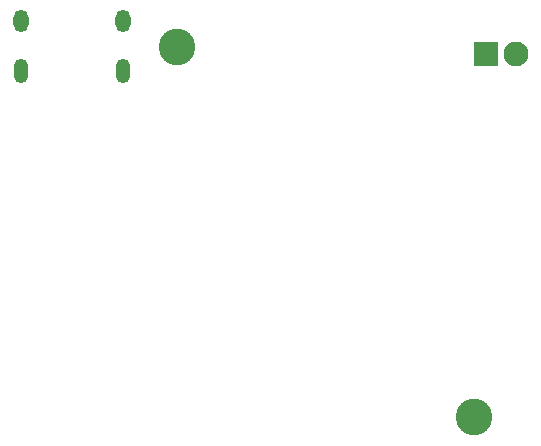
<source format=gbs>
G04 Layer: BottomSolderMaskLayer*
G04 EasyEDA Pro v2.2.34.8, 2025-02-19 17:22:18*
G04 Gerber Generator version 0.3*
G04 Scale: 100 percent, Rotated: No, Reflected: No*
G04 Dimensions in millimeters*
G04 Leading zeros omitted, absolute positions, 4 integers and 5 decimals*
%FSLAX45Y45*%
%MOMM*%
%AMRoundRect*1,1,$1,$2,$3*1,1,$1,$4,$5*1,1,$1,0-$2,0-$3*1,1,$1,0-$4,0-$5*20,1,$1,$2,$3,$4,$5,0*20,1,$1,$4,$5,0-$2,0-$3,0*20,1,$1,0-$2,0-$3,0-$4,0-$5,0*20,1,$1,0-$4,0-$5,$2,$3,0*4,1,4,$2,$3,$4,$5,0-$2,0-$3,0-$4,0-$5,$2,$3,0*%
%ADD10C,3.1016*%
%ADD11O,1.20002X2.10002*%
%ADD12O,1.30002X1.90002*%
%ADD13RoundRect,0.09691X-1.00234X1.00234X1.00234X1.00234*%
%ADD14C,2.1016*%
G75*


G04 Pad Start*
G54D10*
G01X18046700Y3594100D03*
G01X15532100Y6731000D03*
G54D11*
G01X15076400Y6523890D03*
G01X14211403Y6523890D03*
G54D12*
G01X15076400Y6943904D03*
G01X14211403Y6943904D03*
G54D13*
G01X18148300Y6667500D03*
G54D14*
G01X18402300Y6667500D03*
G04 Pad End*

M02*


</source>
